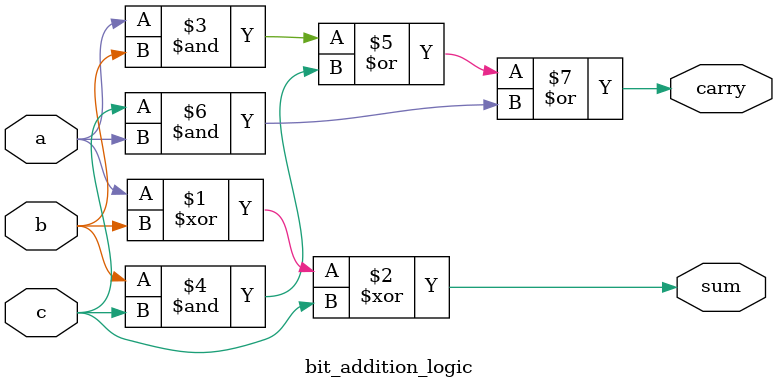
<source format=v>
`timescale 1ns / 1ps
module bit_addition_logic(a,b,c,sum,carry
    );
	 
 	 input a,b,c;
	 
	 output sum,carry;
	 
	 assign sum=a^b^c;
	 
	 assign carry= (a&b)|(b&c)|(c&a);
	 
endmodule

</source>
